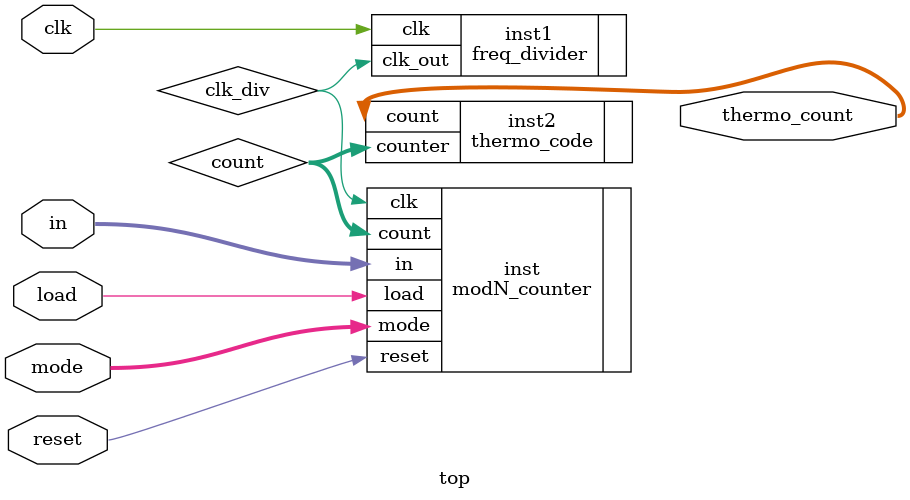
<source format=v>


module top(
    input wire clk,
    input wire reset,
    input wire [3:0] in,
    input wire load,
    input wire [1:0] mode,
    output wire [14:0] thermo_count
    );

    wire clk_div;
    wire[3:0] count;

    freq_divider inst1(
        .clk(clk),
        .clk_out(clk_div)
    );

    modN_counter inst( 
        .clk(clk_div),
        .reset(reset),
        .in(in),
        .load(load),
        .mode(mode),
        .count(count)
    );

    thermo_code inst2(
        .counter(count),
        .count(thermo_count)
    );


endmodule
</source>
